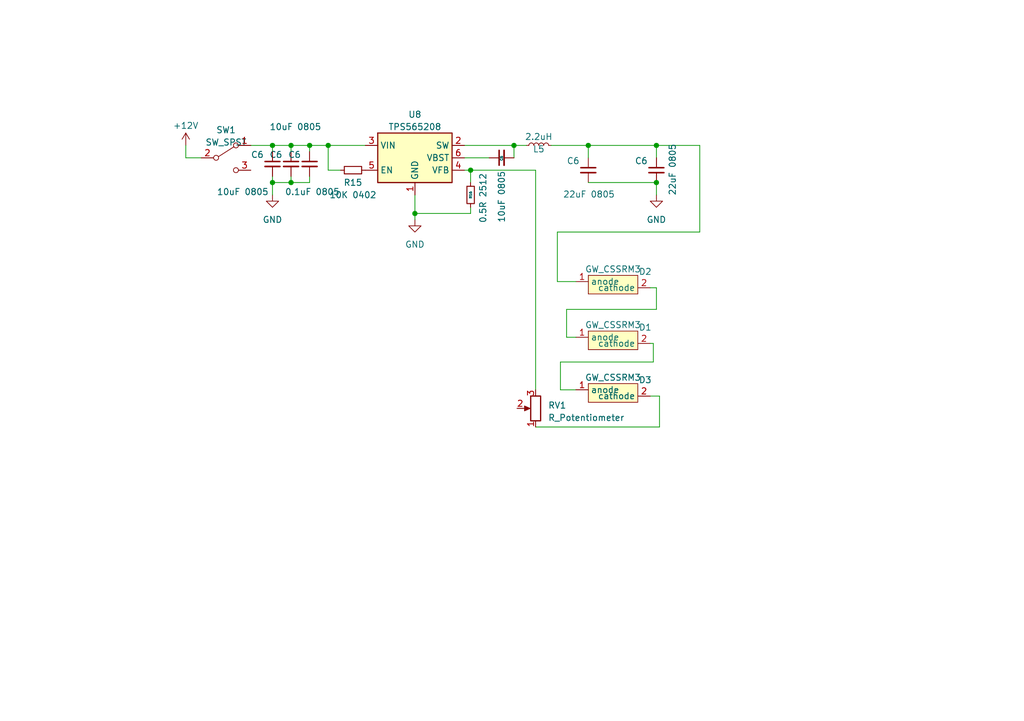
<source format=kicad_sch>
(kicad_sch (version 20230121) (generator eeschema)
  (paper "A5")
  (lib_symbols
    (symbol "Device:C_Small" (pin_numbers hide) (pin_names (offset 0.254) hide)
      (property "Reference" "C" (at 0.254 1.778 0))
      (property "Value" "C_Small" (at 0.254 -2.032 0))
      (symbol "C_Small_0_1"
        (polyline (pts (xy -1.524 -0.508) (xy 1.524 -0.508)) (stroke (width 0.3302)))
        (polyline (pts (xy -1.524 0.508) (xy 1.524 0.508)) (stroke (width 0.3048)))
      )
      (symbol "C_Small_1_1"
        (pin passive line (at 0 2.54 270) (length 2.032) (name "~") (number "1"))
        (pin passive line (at 0 -2.54 90) (length 2.032) (name "~") (number "2"))
      )
    )
    (symbol "Device:L_Small" (pin_numbers hide) (pin_names (offset 0.254) hide)
      (property "Reference" "L" (at 0.762 1.016 0))
      (property "Value" "L_Small" (at 0.762 -1.016 0))
      (symbol "L_Small_0_1"
        (arc (start 0 -2.032) (mid 0.5058 -1.524) (end 0 -1.016))
        (arc (start 0 -1.016) (mid 0.5058 -0.508) (end 0 0))
        (arc (start 0 0) (mid 0.5058 0.508) (end 0 1.016))
        (arc (start 0 1.016) (mid 0.5058 1.524) (end 0 2.032))
      )
      (symbol "L_Small_1_1"
        (pin passive line (at 0 2.54 270) (length 0.508) (name "~") (number "1"))
        (pin passive line (at 0 -2.54 90) (length 0.508) (name "~") (number "2"))
      )
    )
    (symbol "Device:R_Potentiometer" (pin_names (offset 1.016) hide)
      (property "Reference" "RV" (at -4.445 0 90))
      (property "Value" "R_Potentiometer" (at -2.54 0 90))
      (symbol "R_Potentiometer_0_1"
        (polyline (pts (xy 2.54 0) (xy 1.524 0)))
        (polyline (pts (xy 1.143 0) (xy 2.286 0.508) (xy 2.286 -0.508) (xy 1.143 0)) (fill (type outline)))
        (rectangle (start 1.016 2.54) (end -1.016 -2.54) (stroke (width 0.254)))
      )
      (symbol "R_Potentiometer_1_1"
        (pin passive line (at 0 3.81 270) (length 1.27) (name "1") (number "1"))
        (pin passive line (at 3.81 0 180) (length 1.27) (name "2") (number "2"))
        (pin passive line (at 0 -3.81 90) (length 1.27) (name "3") (number "3"))
      )
    )
    (symbol "Device:R_Small" (pin_numbers hide) (pin_names (offset 0.254) hide)
      (property "Reference" "R" (at 0.762 0.508 0))
      (property "Value" "R_Small" (at 0.762 -1.016 0))
      (symbol "R_Small_0_1"
        (rectangle (start -0.762 1.778) (end 0.762 -1.778) (stroke (width 0.2032)))
      )
      (symbol "R_Small_1_1"
        (pin passive line (at 0 2.54 270) (length 0.762) (name "~") (number "1"))
        (pin passive line (at 0 -2.54 90) (length 0.762) (name "~") (number "2"))
      )
    )
    (symbol "GW CSSRM3:GW_CSSRM3"
      (property "Reference" "D" (at 0 1.27 0))
      (property "Value" "GW_CSSRM3" (at 0 -5.08 0))
      (symbol "GW_CSSRM3_0_1"
        (rectangle (start -5.08 0) (end 5.08 -3.81) (fill (type background)))
      )
      (symbol "GW_CSSRM3_1_1"
        (pin input line (at -7.62 -1.27 0) (length 2.54) (name "anode") (number "1"))
        (pin output line (at 7.62 -2.54 180) (length 2.54) (name "cathode") (number "2"))
      )
    )
    (symbol "Regulator_Switching:TPS565208"
      (property "Reference" "U" (at -7.62 6.35 0))
      (property "Value" "TPS565208" (at -2.54 6.35 0))
      (symbol "TPS565208_0_1"
        (rectangle (start -7.62 5.08) (end 7.62 -5.08) (stroke (width 0.254)) (fill (type background)))
      )
      (symbol "TPS565208_1_1"
        (pin power_in line (at 0 -7.62 90) (length 2.54) (name "GND") (number "1"))
        (pin output line (at 10.16 2.54 180) (length 2.54) (name "SW") (number "2"))
        (pin power_in line (at -10.16 2.54 0) (length 2.54) (name "VIN") (number "3"))
        (pin input line (at 10.16 -2.54 180) (length 2.54) (name "VFB") (number "4"))
        (pin input line (at -10.16 -2.54 0) (length 2.54) (name "EN") (number "5"))
        (pin passive line (at 10.16 0 180) (length 2.54) (name "VBST") (number "6"))
      )
    )
    (symbol "Switch:SW_SPDT" (pin_names (offset 0) hide)
      (property "Reference" "SW" (at 0 4.318 0))
      (property "Value" "SW_SPDT" (at 0 -5.08 0))
      (symbol "SW_SPDT_0_0"
        (circle (center -2.032 0) (radius 0.508))
        (circle (center 2.032 -2.54) (radius 0.508))
      )
      (symbol "SW_SPDT_0_1"
        (polyline (pts (xy -1.524 0.254) (xy 1.651 2.286)))
        (circle (center 2.032 2.54) (radius 0.508))
      )
      (symbol "SW_SPDT_1_1"
        (pin passive line (at 5.08 2.54 180) (length 2.54) (name "A") (number "1"))
        (pin passive line (at -5.08 0 0) (length 2.54) (name "B") (number "2"))
        (pin passive line (at 5.08 -2.54 180) (length 2.54) (name "C") (number "3"))
      )
    )
    (symbol "power:+12V" (power) (pin_names (offset 0))
      (property "Value" "+12V" (at 0 3.556 0))
      (symbol "+12V_0_1"
        (polyline (pts (xy -0.762 1.27) (xy 0 2.54)))
        (polyline (pts (xy 0 0) (xy 0 2.54)))
        (polyline (pts (xy 0 2.54) (xy 0.762 1.27)))
      )
      (symbol "+12V_1_1"
        (pin power_in line (at 0 0 90) (length 0) hide (name "+12V") (number "1"))
      )
    )
    (symbol "power:GND" (power) (pin_names (offset 0))
      (property "Value" "GND" (at 0 -3.81 0))
      (symbol "GND_0_1"
        (polyline (pts (xy 0 0) (xy 0 -1.27) (xy 1.27 -1.27) (xy 0 -2.54) (xy -1.27 -1.27) (xy 0 -1.27)))
      )
      (symbol "GND_1_1"
        (pin power_in line (at 0 0 270) (length 0) hide (name "GND") (number "1"))
      )
    )
  )
  (junction (at 59.69 37.465))
  (junction (at 59.69 29.845))
  (junction (at 67.31 29.845))
  (junction (at 55.88 29.845))
  (junction (at 55.88 37.465))
  (junction (at 105.41 29.845))
  (junction (at 63.5 29.845))
  (junction (at 120.65 29.845))
  (junction (at 134.62 37.465))
  (junction (at 134.62 29.845))
  (junction (at 96.52 34.925))
  (junction (at 85.09 43.815))
  (wire (pts (xy 133.35 70.485) (xy 133.985 70.485)))
  (wire (pts (xy 120.65 32.385) (xy 120.65 29.845)))
  (wire (pts (xy 120.65 29.845) (xy 113.03 29.845)))
  (wire (pts (xy 96.52 43.815) (xy 96.52 42.545)))
  (wire (pts (xy 55.88 31.115) (xy 55.88 29.845)))
  (wire (pts (xy 59.69 29.845) (xy 59.69 31.115)))
  (wire (pts (xy 114.3 57.785) (xy 118.11 57.785)))
  (wire (pts (xy 51.435 29.845) (xy 55.88 29.845)))
  (wire (pts (xy 109.855 34.925) (xy 109.855 80.01)))
  (wire (pts (xy 85.09 43.815) (xy 96.52 43.815)))
  (wire (pts (xy 134.62 63.5) (xy 116.205 63.5)))
  (wire (pts (xy 143.51 29.845) (xy 134.62 29.845)))
  (wire (pts (xy 133.985 74.295) (xy 114.935 74.295)))
  (wire (pts (xy 135.255 81.28) (xy 135.255 87.63)))
  (wire (pts (xy 96.52 34.925) (xy 95.25 34.925)))
  (wire (pts (xy 59.69 37.465) (xy 59.69 36.195)))
  (wire (pts (xy 134.62 37.465) (xy 120.65 37.465)))
  (wire (pts (xy 38.1 32.385) (xy 41.275 32.385)))
  (wire (pts (xy 105.41 29.845) (xy 105.41 32.385)))
  (wire (pts (xy 55.88 29.845) (xy 59.69 29.845)))
  (wire (pts (xy 95.25 32.385) (xy 100.33 32.385)))
  (wire (pts (xy 109.855 34.925) (xy 96.52 34.925)))
  (wire (pts (xy 133.35 81.28) (xy 135.255 81.28)))
  (wire (pts (xy 59.69 37.465) (xy 63.5 37.465)))
  (wire (pts (xy 67.31 34.925) (xy 67.31 29.845)))
  (wire (pts (xy 114.3 47.625) (xy 114.3 57.785)))
  (wire (pts (xy 114.935 80.01) (xy 118.11 80.01)))
  (wire (pts (xy 85.09 45.085) (xy 85.09 43.815)))
  (wire (pts (xy 114.3 47.625) (xy 143.51 47.625)))
  (wire (pts (xy 143.51 47.625) (xy 143.51 29.845)))
  (wire (pts (xy 116.205 69.215) (xy 118.11 69.215)))
  (wire (pts (xy 134.62 32.385) (xy 134.62 29.845)))
  (wire (pts (xy 134.62 29.845) (xy 120.65 29.845)))
  (wire (pts (xy 67.31 34.925) (xy 69.85 34.925)))
  (wire (pts (xy 38.1 32.385) (xy 38.1 29.845)))
  (wire (pts (xy 55.88 37.465) (xy 59.69 37.465)))
  (wire (pts (xy 96.52 37.465) (xy 96.52 34.925)))
  (wire (pts (xy 135.255 87.63) (xy 109.855 87.63)))
  (wire (pts (xy 134.62 59.055) (xy 133.35 59.055)))
  (wire (pts (xy 134.62 59.055) (xy 134.62 63.5)))
  (wire (pts (xy 85.09 43.815) (xy 85.09 40.005)))
  (wire (pts (xy 63.5 37.465) (xy 63.5 36.195)))
  (wire (pts (xy 116.205 63.5) (xy 116.205 69.215)))
  (wire (pts (xy 59.69 29.845) (xy 63.5 29.845)))
  (wire (pts (xy 63.5 29.845) (xy 67.31 29.845)))
  (wire (pts (xy 63.5 29.845) (xy 63.5 31.115)))
  (wire (pts (xy 55.88 37.465) (xy 55.88 36.195)))
  (wire (pts (xy 133.985 70.485) (xy 133.985 74.295)))
  (wire (pts (xy 67.31 29.845) (xy 74.93 29.845)))
  (wire (pts (xy 55.88 40.005) (xy 55.88 37.465)))
  (wire (pts (xy 105.41 29.845) (xy 107.95 29.845)))
  (wire (pts (xy 114.935 74.295) (xy 114.935 80.01)))
  (wire (pts (xy 134.62 40.005) (xy 134.62 37.465)))
  (wire (pts (xy 105.41 29.845) (xy 95.25 29.845)))
  (symbol (lib_id "GW CSSRM3:GW_CSSRM3") (at 125.73 56.515 0) (unit 1)
    (property "Reference" "D2" (at 132.334 55.753 0))
    (property "Value" "GW_CSSRM3" (at 125.73 55.245 0))
    (property "Footprint" "GW_CSSRM3:GW_CSSRM3" (effects hide))
  )
  (symbol (lib_id "GW CSSRM3:GW_CSSRM3") (at 125.73 78.74 0) (unit 1)
    (property "Reference" "D3" (at 132.334 77.978 0))
    (property "Value" "GW_CSSRM3" (at 125.73 77.47 0))
    (property "Footprint" "GW_CSSRM3:GW_CSSRM3" (effects hide))
  )
  (symbol (lib_id "Device:R_Small") (at 72.39 34.925 270) (unit 1)
    (property "Reference" "R15" (at 72.39 37.465 90))
    (property "Value" "10K 0402" (at 72.39 40.005 90))
    (property "Footprint" "Resistor_SMD:R_0402_1005Metric" (effects hide))
  )
  (symbol (lib_id "Switch:SW_SPDT") (at 46.355 32.385 0) (unit 1)
    (property "Reference" "SW1" (at 46.355 26.67 0))
    (property "Value" "SW_SPST" (at 46.355 29.21 0))
    (property "Footprint" "Button_Switch_THT:SW_E-Switch_EG1224_SPDT_Angled" (effects hide))
  )
  (symbol (lib_id "Device:C_Small") (at 134.62 34.925 0) (unit 1)
    (property "Reference" "C6" (at 130.175 33.02 0) (effects (justify left)))
    (property "Value" "22uF 0805" (at 137.922 40.132 90) (effects (justify left)))
    (property "Footprint" "Capacitor_SMD:C_0805_2012Metric" (effects hide))
    (instances (project "EnvLedTorch" (path "" (reference "C6") (unit 1)) (path "" (reference "C13") (unit 1))))
  )
  (symbol (lib_id "Device:R_Small") (at 96.52 40.005 0) (unit 1)
    (property "Reference" "R16" (at 96.52 40.005 90) (effects (font (size 0.5 0.5))))
    (property "Value" "0.5R 2512" (at 99.06 40.64 90))
    (property "Footprint" "Resistor_SMD:R_2512_6332Metric" (effects hide))
  )
  (symbol (lib_id "power:GND") (at 85.09 45.085 0) (unit 1)
    (property "Reference" "#PWR031" (effects hide))
    (property "Value" "GND" (at 85.09 50.165 0))
  )
  (symbol (lib_id "Device:C_Small") (at 63.5 33.655 0) (unit 1)
    (property "Reference" "C6" (at 59.055 31.75 0) (effects (justify left)))
    (property "Value" "0.1uF 0805" (at 58.42 39.37 0) (effects (justify left)))
    (property "Footprint" "Capacitor_SMD:C_0805_2012Metric" (effects hide))
    (instances (project "EnvLedTorch" (path "" (reference "C6") (unit 1)) (path "" (reference "C15") (unit 1))))
  )
  (symbol (lib_id "power:GND") (at 55.88 40.005 0) (unit 1)
    (property "Reference" "#PWR032" (effects hide))
    (property "Value" "GND" (at 55.88 45.085 0))
  )
  (symbol (lib_id "Device:L_Small") (at 110.49 29.845 90) (unit 1)
    (property "Reference" "L5" (at 110.49 30.607 90))
    (property "Value" "2.2uH" (at 110.49 28.067 90))
    (property "Footprint" "Inductor_SMD:L_Wuerth_MAPI-4020" (effects hide))
  )
  (symbol (lib_id "Device:R_Potentiometer") (at 109.855 83.82 180) (unit 1)
    (property "Reference" "RV1" (at 112.395 83.185 0) (effects (justify right)))
    (property "Value" "R_Potentiometer" (at 112.395 85.725 0) (effects (justify right)))
    (property "Footprint" "Potentiometer_THT:Potentiometer_Alps_RK09K_Single_Horizontal" (effects hide))
  )
  (symbol (lib_id "Device:C_Small") (at 55.88 33.655 0) (unit 1)
    (property "Reference" "C6" (at 51.435 31.75 0) (effects (justify left)))
    (property "Value" "10uF 0805" (at 44.45 39.37 0) (effects (justify left)))
    (property "Footprint" "Capacitor_SMD:C_0805_2012Metric" (effects hide))
    (instances (project "EnvLedTorch" (path "" (reference "C6") (unit 1)) (path "" (reference "C17") (unit 1))))
  )
  (symbol (lib_id "GW CSSRM3:GW_CSSRM3") (at 125.73 67.945 0) (unit 1)
    (property "Reference" "D1" (at 132.334 67.183 0))
    (property "Value" "GW_CSSRM3" (at 125.73 66.675 0))
    (property "Footprint" "GW_CSSRM3:GW_CSSRM3" (effects hide))
  )
  (symbol (lib_id "Device:C_Small") (at 59.69 33.655 0) (unit 1)
    (property "Reference" "C6" (at 55.245 31.75 0) (effects (justify left)))
    (property "Value" "10uF 0805" (at 55.245 26.035 0) (effects (justify left)))
    (property "Footprint" "Capacitor_SMD:C_0805_2012Metric" (effects hide))
    (instances (project "EnvLedTorch" (path "" (reference "C6") (unit 1)) (path "" (reference "C16") (unit 1))))
  )
  (symbol (lib_id "Device:C_Small") (at 102.87 32.385 90) (unit 1)
    (property "Reference" "C6" (at 102.87 33.02 0) (effects (font (size 0.5 0.5)) (justify left)))
    (property "Value" "10uF 0805" (at 102.87 45.72 0) (effects (justify left)))
    (property "Footprint" "Capacitor_SMD:C_0805_2012Metric" (effects hide))
    (instances (project "EnvLedTorch" (path "" (reference "C6") (unit 1)) (path "" (reference "C14") (unit 1))))
  )
  (symbol (lib_id "power:GND") (at 134.62 40.005 0) (unit 1)
    (property "Reference" "#PWR028" (effects hide))
    (property "Value" "GND" (at 134.62 45.085 0))
  )
  (symbol (lib_id "Regulator_Switching:TPS565208") (at 85.09 32.385 0) (unit 1)
    (property "Reference" "U8" (at 85.09 23.495 0))
    (property "Value" "TPS565208" (at 85.09 26.035 0))
    (property "Footprint" "Package_TO_SOT_SMD:SOT-23-6" (effects hide))
    (property "Datasheet" "http://www.ti.com/lit/ds/symlink/tps565208.pdf" (effects hide))
  )
  (symbol (lib_id "power:+12V") (at 38.1 29.845 0) (unit 1)
    (property "Reference" "#PWR030" (effects hide))
    (property "Value" "+13V" (at 38.1 25.781 0))
  )
  (symbol (lib_id "Device:C_Small") (at 120.65 34.925 0) (unit 1)
    (property "Reference" "C6" (at 116.205 33.02 0) (effects (justify left)))
    (property "Value" "22uF 0805" (at 115.443 39.878 0) (effects (justify left)))
    (property "Footprint" "Capacitor_SMD:C_0805_2012Metric" (effects hide))
    (instances (project "EnvLedTorch" (path "" (reference "C6") (unit 1)) (path "" (reference "C12") (unit 1))))
  )
)
</source>
